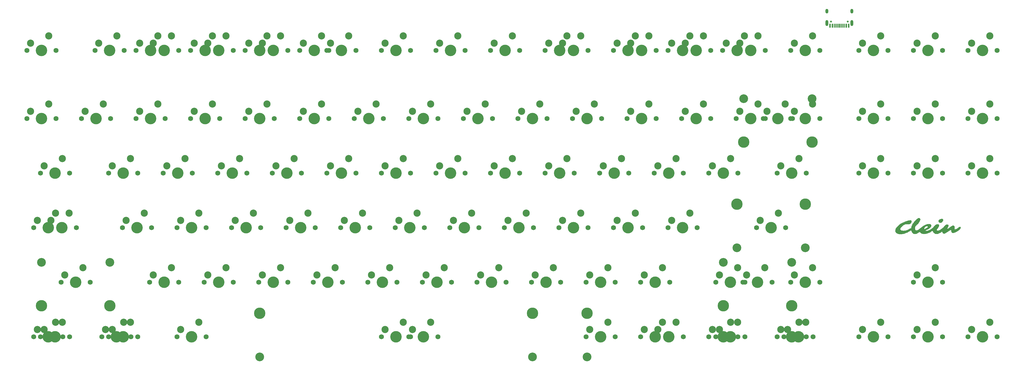
<source format=gbr>
%TF.GenerationSoftware,KiCad,Pcbnew,9.0.5*%
%TF.CreationDate,2025-11-02T19:53:54+09:00*%
%TF.ProjectId,Galatea_Old_Type_6u,47616c61-7465-4615-9f4f-6c645f547970,rev?*%
%TF.SameCoordinates,Original*%
%TF.FileFunction,Soldermask,Top*%
%TF.FilePolarity,Negative*%
%FSLAX46Y46*%
G04 Gerber Fmt 4.6, Leading zero omitted, Abs format (unit mm)*
G04 Created by KiCad (PCBNEW 9.0.5) date 2025-11-02 19:53:54*
%MOMM*%
%LPD*%
G01*
G04 APERTURE LIST*
%ADD10C,0.000000*%
%ADD11C,1.750000*%
%ADD12C,4.000000*%
%ADD13C,2.500000*%
%ADD14C,3.048000*%
%ADD15C,3.987800*%
%ADD16C,0.650000*%
%ADD17R,0.600000X1.450000*%
%ADD18R,0.300000X1.450000*%
%ADD19O,1.000000X2.100000*%
%ADD20O,1.000000X1.600000*%
G04 APERTURE END LIST*
D10*
%TO.C,G\u002A\u002A\u002A*%
G36*
X362144111Y-150087421D02*
G01*
X362214138Y-150101272D01*
X362301148Y-150143587D01*
X362383616Y-150214874D01*
X362448991Y-150302176D01*
X362481111Y-150376889D01*
X362492850Y-150494632D01*
X362473060Y-150629062D01*
X362425720Y-150773167D01*
X362354805Y-150919934D01*
X362264295Y-151062349D01*
X362158165Y-151193400D01*
X362040393Y-151306074D01*
X361914956Y-151393357D01*
X361899973Y-151401581D01*
X361753188Y-151458500D01*
X361593302Y-151483903D01*
X361433939Y-151476755D01*
X361314014Y-151446177D01*
X361147015Y-151366100D01*
X361016105Y-151263418D01*
X360921411Y-151138285D01*
X360863065Y-150990856D01*
X360844586Y-150882028D01*
X360849477Y-150737824D01*
X360892902Y-150606863D01*
X360975639Y-150488077D01*
X361098468Y-150380400D01*
X361262165Y-150282763D01*
X361292218Y-150267994D01*
X361470745Y-150193264D01*
X361653777Y-150136290D01*
X361832735Y-150098624D01*
X361999039Y-150081817D01*
X362144111Y-150087421D01*
G37*
G36*
X354157530Y-149813892D02*
G01*
X354265724Y-149862035D01*
X354352894Y-149923552D01*
X354437265Y-150014958D01*
X354490394Y-150112661D01*
X354513757Y-150223672D01*
X354508829Y-150355007D01*
X354477084Y-150513677D01*
X354477047Y-150513820D01*
X354406126Y-150728603D01*
X354299952Y-150959483D01*
X354160852Y-151202306D01*
X353991153Y-151452917D01*
X353842956Y-151646271D01*
X353767005Y-151735656D01*
X353669688Y-151842769D01*
X353557659Y-151960962D01*
X353437571Y-152083590D01*
X353316077Y-152204005D01*
X353199831Y-152315561D01*
X353095485Y-152411611D01*
X353009693Y-152485509D01*
X352977638Y-152510725D01*
X352893092Y-152590740D01*
X352829640Y-152692883D01*
X352821593Y-152710084D01*
X352767283Y-152856479D01*
X352725929Y-153022140D01*
X352698345Y-153197098D01*
X352685347Y-153371383D01*
X352687748Y-153535027D01*
X352706365Y-153678058D01*
X352734666Y-153773860D01*
X352806122Y-153912672D01*
X352893532Y-154025232D01*
X352990867Y-154104079D01*
X353010128Y-154114707D01*
X353089375Y-154143767D01*
X353176174Y-154151722D01*
X353274438Y-154137242D01*
X353388085Y-154098997D01*
X353521030Y-154035656D01*
X353677188Y-153945889D01*
X353860477Y-153828367D01*
X353868230Y-153823202D01*
X354001872Y-153731222D01*
X354157267Y-153619624D01*
X354256034Y-153546568D01*
X355864138Y-153546568D01*
X355865663Y-153623109D01*
X355869677Y-153681517D01*
X355875338Y-153709974D01*
X355875823Y-153710589D01*
X355899262Y-153706024D01*
X355954266Y-153682157D01*
X356035810Y-153641670D01*
X356138865Y-153587245D01*
X356258405Y-153521564D01*
X356389402Y-153447310D01*
X356526829Y-153367165D01*
X356589990Y-153329556D01*
X356760316Y-153225552D01*
X356894915Y-153138004D01*
X356996019Y-153063834D01*
X357065858Y-152999963D01*
X357106665Y-152943312D01*
X357120668Y-152890802D01*
X357110100Y-152839355D01*
X357077190Y-152785890D01*
X357025428Y-152728586D01*
X356983753Y-152689056D01*
X356949163Y-152667859D01*
X356906914Y-152660687D01*
X356842259Y-152663230D01*
X356810298Y-152665723D01*
X356661448Y-152695413D01*
X356503677Y-152757641D01*
X356345972Y-152846194D01*
X356197318Y-152954856D01*
X356066702Y-153077414D01*
X355963110Y-153207654D01*
X355920574Y-153280980D01*
X355886943Y-153359757D01*
X355869624Y-153436325D01*
X355864200Y-153531479D01*
X355864138Y-153546568D01*
X354256034Y-153546568D01*
X354325072Y-153495502D01*
X354495942Y-153365951D01*
X354660533Y-153238065D01*
X354809503Y-153118939D01*
X354933507Y-153015668D01*
X354946323Y-153004629D01*
X355269754Y-152749126D01*
X355619066Y-152518244D01*
X355987361Y-152315436D01*
X356367739Y-152144154D01*
X356753299Y-152007852D01*
X357131323Y-151911171D01*
X357328108Y-151880829D01*
X357520976Y-151869908D01*
X357700950Y-151878066D01*
X357859050Y-151904958D01*
X357971857Y-151943344D01*
X358094609Y-152015284D01*
X358198087Y-152106957D01*
X358273164Y-152209330D01*
X358299088Y-152267058D01*
X358329710Y-152415747D01*
X358320655Y-152568467D01*
X358271603Y-152725671D01*
X358182232Y-152887811D01*
X358052221Y-153055340D01*
X357881251Y-153228710D01*
X357669000Y-153408374D01*
X357415148Y-153594783D01*
X357304894Y-153669347D01*
X357145885Y-153768944D01*
X356963883Y-153873568D01*
X356772657Y-153975894D01*
X356585974Y-154068596D01*
X356417603Y-154144349D01*
X356393345Y-154154381D01*
X356331600Y-154182768D01*
X356291697Y-154207423D01*
X356282369Y-154221545D01*
X356306768Y-154235864D01*
X356361121Y-154257432D01*
X356434301Y-154281890D01*
X356444372Y-154284980D01*
X356572360Y-154313623D01*
X356705438Y-154321674D01*
X356848346Y-154308065D01*
X357005822Y-154271726D01*
X357182607Y-154211587D01*
X357383440Y-154126580D01*
X357592747Y-154025878D01*
X357978456Y-153818051D01*
X358346260Y-153592220D01*
X358559265Y-153446710D01*
X358706897Y-153339464D01*
X358824548Y-153248788D01*
X358918532Y-153168780D01*
X358995163Y-153093537D01*
X359060755Y-153017158D01*
X359121623Y-152933739D01*
X359144217Y-152899898D01*
X359239818Y-152769211D01*
X359359624Y-152628691D01*
X359493564Y-152488567D01*
X359631566Y-152359068D01*
X359763557Y-152250422D01*
X359830656Y-152202790D01*
X359927206Y-152143586D01*
X360035150Y-152084191D01*
X360132501Y-152036648D01*
X360140152Y-152033292D01*
X360210734Y-152004131D01*
X360269785Y-151985032D01*
X360329982Y-151973884D01*
X360404005Y-151968575D01*
X360504531Y-151966994D01*
X360538592Y-151966931D01*
X360650291Y-151967937D01*
X360729790Y-151972050D01*
X360787546Y-151980746D01*
X360834018Y-151995500D01*
X360872750Y-152014062D01*
X360959540Y-152070676D01*
X361015723Y-152136861D01*
X361048678Y-152224171D01*
X361062704Y-152311534D01*
X361065433Y-152457175D01*
X361041385Y-152607109D01*
X360988823Y-152766176D01*
X360906012Y-152939216D01*
X360791217Y-153131070D01*
X360742576Y-153204422D01*
X360611535Y-153390374D01*
X360486929Y-153550575D01*
X360358103Y-153698394D01*
X360298239Y-153762019D01*
X360244038Y-153819497D01*
X360215070Y-153856824D01*
X360206952Y-153884590D01*
X360215298Y-153913387D01*
X360226386Y-153935569D01*
X360292597Y-154023352D01*
X360395091Y-154105552D01*
X360513918Y-154170822D01*
X360591873Y-154202095D01*
X360656457Y-154213787D01*
X360730017Y-154209694D01*
X360737181Y-154208769D01*
X360848545Y-154187117D01*
X360967500Y-154149801D01*
X361096980Y-154095082D01*
X361239920Y-154021220D01*
X361399255Y-153926478D01*
X361577920Y-153809116D01*
X361778850Y-153667397D01*
X362004979Y-153499580D01*
X362242631Y-153316880D01*
X362363240Y-153222284D01*
X362455342Y-153147932D01*
X362524540Y-153088403D01*
X362576440Y-153038276D01*
X362616646Y-152992131D01*
X362650762Y-152944547D01*
X362684394Y-152890103D01*
X362685094Y-152888918D01*
X362835708Y-152666370D01*
X363004965Y-152475888D01*
X363189918Y-152319846D01*
X363387621Y-152200622D01*
X363595127Y-152120590D01*
X363657625Y-152104849D01*
X363766854Y-152089258D01*
X363890151Y-152085272D01*
X364014062Y-152092061D01*
X364125137Y-152108794D01*
X364209921Y-152134641D01*
X364220188Y-152139588D01*
X364290588Y-152186085D01*
X364339825Y-152243699D01*
X364367473Y-152315464D01*
X364373104Y-152404416D01*
X364356293Y-152513591D01*
X364316612Y-152646026D01*
X364253634Y-152804755D01*
X364166933Y-152992815D01*
X364074162Y-153178196D01*
X364011542Y-153304359D01*
X363970817Y-153398813D01*
X363951402Y-153466143D01*
X363952713Y-153510930D01*
X363974165Y-153537758D01*
X364015175Y-153551210D01*
X364026396Y-153552786D01*
X364052141Y-153553862D01*
X364080032Y-153549140D01*
X364114238Y-153536026D01*
X364158924Y-153511927D01*
X364218256Y-153474248D01*
X364296403Y-153420395D01*
X364397530Y-153347775D01*
X364525804Y-153253792D01*
X364628622Y-153177869D01*
X364862058Y-153007252D01*
X365066665Y-152862365D01*
X365245954Y-152741071D01*
X365403438Y-152641233D01*
X365542625Y-152560716D01*
X365667029Y-152497383D01*
X365780159Y-152449097D01*
X365883264Y-152414377D01*
X366015151Y-152392054D01*
X366134245Y-152407302D01*
X366244674Y-152461642D01*
X366350569Y-152556597D01*
X366387813Y-152600314D01*
X366434835Y-152662931D01*
X366467694Y-152720674D01*
X366487813Y-152782122D01*
X366496611Y-152855855D01*
X366495511Y-152950452D01*
X366485933Y-153074491D01*
X366478602Y-153148366D01*
X366463322Y-153328504D01*
X366459525Y-153470957D01*
X366468352Y-153579459D01*
X366490944Y-153657742D01*
X366528443Y-153709539D01*
X366581991Y-153738582D01*
X366652727Y-153748606D01*
X366662149Y-153748708D01*
X366813598Y-153730332D01*
X366985388Y-153675572D01*
X367176458Y-153584983D01*
X367385748Y-153459120D01*
X367612198Y-153298535D01*
X367785062Y-153161899D01*
X367951489Y-153039014D01*
X368109889Y-152949679D01*
X368257334Y-152894988D01*
X368390898Y-152876034D01*
X368504693Y-152892919D01*
X368574800Y-152935639D01*
X368616302Y-153004859D01*
X368629793Y-153095936D01*
X368615864Y-153204226D01*
X368575109Y-153325086D01*
X368508119Y-153453873D01*
X368416412Y-153584781D01*
X368182152Y-153849044D01*
X367907675Y-154103313D01*
X367594558Y-154346281D01*
X367244379Y-154576643D01*
X367152776Y-154631206D01*
X366865619Y-154783358D01*
X366587515Y-154899430D01*
X366321075Y-154978517D01*
X366068909Y-155019716D01*
X366019786Y-155023367D01*
X365870731Y-155026837D01*
X365753686Y-155015989D01*
X365659667Y-154988424D01*
X365579691Y-154941737D01*
X365520695Y-154889917D01*
X365463546Y-154823106D01*
X365416729Y-154744349D01*
X365377584Y-154646552D01*
X365343451Y-154522624D01*
X365311668Y-154365471D01*
X365301178Y-154304726D01*
X365281747Y-154200185D01*
X365261337Y-154110045D01*
X365242263Y-154043446D01*
X365226840Y-154009529D01*
X365226240Y-154008889D01*
X365203477Y-153993148D01*
X365171780Y-153990945D01*
X365119094Y-154002871D01*
X365074822Y-154016287D01*
X365020361Y-154035483D01*
X364959768Y-154061364D01*
X364889719Y-154095910D01*
X364806889Y-154141105D01*
X364707955Y-154198929D01*
X364589591Y-154271366D01*
X364448474Y-154360397D01*
X364281278Y-154468003D01*
X364084680Y-154596168D01*
X363912598Y-154709171D01*
X363701451Y-154847497D01*
X363521989Y-154963402D01*
X363370786Y-155058747D01*
X363244415Y-155135394D01*
X363139452Y-155195204D01*
X363052470Y-155240037D01*
X362980044Y-155271756D01*
X362918746Y-155292219D01*
X362865153Y-155303290D01*
X362815837Y-155306829D01*
X362812387Y-155306842D01*
X362690176Y-155288188D01*
X362562910Y-155237075D01*
X362441282Y-155160722D01*
X362335986Y-155066350D01*
X362257713Y-154961177D01*
X362236493Y-154918007D01*
X362215492Y-154835489D01*
X362204794Y-154715577D01*
X362203466Y-154644085D01*
X362201852Y-154559927D01*
X362197524Y-154495731D01*
X362191251Y-154460505D01*
X362187457Y-154456635D01*
X362165070Y-154471520D01*
X362115785Y-154506875D01*
X362046791Y-154557473D01*
X361965280Y-154618087D01*
X361962038Y-154620513D01*
X361660982Y-154833773D01*
X361370936Y-155014934D01*
X361093820Y-155163100D01*
X360831552Y-155277379D01*
X360586053Y-155356876D01*
X360359243Y-155400695D01*
X360271785Y-155408157D01*
X360113628Y-155409521D01*
X359972936Y-155394123D01*
X359835597Y-155358833D01*
X359687499Y-155300519D01*
X359599432Y-155259017D01*
X359446535Y-155167885D01*
X359295168Y-155048545D01*
X359152526Y-154909052D01*
X359025804Y-154757458D01*
X358922197Y-154601819D01*
X358848899Y-154450188D01*
X358831785Y-154399716D01*
X358813709Y-154339227D01*
X358800039Y-154294186D01*
X358797773Y-154286909D01*
X358776574Y-154284002D01*
X358724194Y-154309270D01*
X358641246Y-154362405D01*
X358623302Y-154374777D01*
X358313252Y-154576622D01*
X357986041Y-154764193D01*
X357651430Y-154932667D01*
X357319177Y-155077222D01*
X356999041Y-155193038D01*
X356913654Y-155219437D01*
X356698203Y-155279602D01*
X356506961Y-155323593D01*
X356325567Y-155353533D01*
X356139661Y-155371542D01*
X355934883Y-155379744D01*
X355821449Y-155380829D01*
X355675673Y-155380553D01*
X355563818Y-155378607D01*
X355477128Y-155374242D01*
X355406844Y-155366708D01*
X355344210Y-155355255D01*
X355280468Y-155339135D01*
X355257274Y-155332541D01*
X355071830Y-155266658D01*
X354892514Y-155180122D01*
X354726450Y-155077903D01*
X354580756Y-154964971D01*
X354462556Y-154846296D01*
X354378969Y-154726848D01*
X354372920Y-154715311D01*
X354327242Y-154625360D01*
X354126071Y-154771067D01*
X353822400Y-154974150D01*
X353528022Y-155136500D01*
X353241547Y-155258718D01*
X352961585Y-155341400D01*
X352703569Y-155383564D01*
X352491215Y-155384220D01*
X352289032Y-155344888D01*
X352099326Y-155267538D01*
X351924402Y-155154141D01*
X351766564Y-155006666D01*
X351628118Y-154827084D01*
X351511369Y-154617366D01*
X351418622Y-154379481D01*
X351383051Y-154254869D01*
X351361961Y-154180870D01*
X351342063Y-154126426D01*
X351327183Y-154101752D01*
X351325514Y-154101249D01*
X351300900Y-154112432D01*
X351249267Y-154142299D01*
X351179085Y-154185806D01*
X351125650Y-154220242D01*
X350979933Y-154314239D01*
X350847553Y-154396366D01*
X350718662Y-154472204D01*
X350583412Y-154547334D01*
X350431955Y-154627336D01*
X350254444Y-154717790D01*
X350194851Y-154747692D01*
X349826556Y-154924092D01*
X349482096Y-155072069D01*
X349155371Y-155193636D01*
X348840284Y-155290808D01*
X348530735Y-155365598D01*
X348220627Y-155420019D01*
X348116631Y-155433913D01*
X347998558Y-155444324D01*
X347852621Y-155450809D01*
X347690143Y-155453468D01*
X347522446Y-155452400D01*
X347360853Y-155447705D01*
X347216685Y-155439482D01*
X347101266Y-155427830D01*
X347080861Y-155424817D01*
X346893353Y-155390209D01*
X346733416Y-155349145D01*
X346585972Y-155297070D01*
X346438309Y-155230588D01*
X346230903Y-155110333D01*
X346062123Y-154972070D01*
X345931725Y-154815440D01*
X345839465Y-154640082D01*
X345785096Y-154445634D01*
X345768321Y-154242720D01*
X345789617Y-153994275D01*
X345852420Y-153743320D01*
X345955702Y-153490974D01*
X346098436Y-153238355D01*
X346279595Y-152986583D01*
X346498149Y-152736777D01*
X346753073Y-152490054D01*
X347043338Y-152247535D01*
X347367917Y-152010338D01*
X347725781Y-151779582D01*
X348115905Y-151556386D01*
X348345927Y-151436205D01*
X348602386Y-151311870D01*
X348865955Y-151194219D01*
X349133121Y-151084195D01*
X349400370Y-150982740D01*
X349664190Y-150890797D01*
X349921067Y-150809308D01*
X350167488Y-150739217D01*
X350399940Y-150681467D01*
X350614909Y-150636999D01*
X350808882Y-150606757D01*
X350978346Y-150591683D01*
X351119787Y-150592720D01*
X351229693Y-150610811D01*
X351300139Y-150643480D01*
X351392792Y-150736931D01*
X351448571Y-150851775D01*
X351467163Y-150986961D01*
X351446759Y-151176254D01*
X351387580Y-151354123D01*
X351292675Y-151517695D01*
X351165091Y-151664097D01*
X351007877Y-151790456D01*
X350824081Y-151893902D01*
X350616753Y-151971560D01*
X350388939Y-152020559D01*
X350367097Y-152023521D01*
X350250254Y-152032069D01*
X350109081Y-152032425D01*
X349956779Y-152025491D01*
X349806553Y-152012169D01*
X349671605Y-151993363D01*
X349565138Y-151969974D01*
X349559564Y-151968331D01*
X349511361Y-151954761D01*
X349472782Y-151949488D01*
X349432876Y-151954507D01*
X349380690Y-151971812D01*
X349305275Y-152003399D01*
X349261089Y-152022695D01*
X348952909Y-152171611D01*
X348664590Y-152338857D01*
X348399787Y-152521374D01*
X348162152Y-152716101D01*
X347955340Y-152919978D01*
X347783005Y-153129945D01*
X347648799Y-153342942D01*
X347622076Y-153395394D01*
X347560826Y-153550159D01*
X347537005Y-153686913D01*
X347550762Y-153808437D01*
X347602245Y-153917513D01*
X347653136Y-153980068D01*
X347756247Y-154065103D01*
X347887952Y-154132690D01*
X348051379Y-154183861D01*
X348249655Y-154219646D01*
X348436053Y-154237928D01*
X348656038Y-154245795D01*
X348873809Y-154237668D01*
X349093607Y-154212343D01*
X349319675Y-154168614D01*
X349556253Y-154105277D01*
X349807583Y-154021125D01*
X350077905Y-153914955D01*
X350371462Y-153785559D01*
X350692494Y-153631734D01*
X350853508Y-153550943D01*
X350999936Y-153476143D01*
X351112389Y-153417472D01*
X351195213Y-153372246D01*
X351252750Y-153337782D01*
X351289348Y-153311395D01*
X351309350Y-153290402D01*
X351317102Y-153272119D01*
X351317751Y-153264190D01*
X351326937Y-153162979D01*
X351352788Y-153031855D01*
X351392749Y-152879020D01*
X351444262Y-152712677D01*
X351504771Y-152541029D01*
X351571720Y-152372278D01*
X351642551Y-152214627D01*
X351649102Y-152201114D01*
X351795013Y-151927672D01*
X351968562Y-151645622D01*
X352164209Y-151361835D01*
X352376414Y-151083184D01*
X352599637Y-150816539D01*
X352828338Y-150568773D01*
X353056977Y-150346756D01*
X353280013Y-150157360D01*
X353324138Y-150123490D01*
X353422403Y-150054894D01*
X353535222Y-149984721D01*
X353653038Y-149918086D01*
X353766297Y-149860101D01*
X353865440Y-149815880D01*
X353940913Y-149790534D01*
X353950089Y-149788584D01*
X354047285Y-149787722D01*
X354157530Y-149813892D01*
G37*
%TD*%
D11*
%TO.C,S39*%
X109220000Y-134143750D03*
D12*
X114300000Y-134143750D03*
D11*
X119380000Y-134143750D03*
D13*
X110490000Y-131603750D03*
X116840000Y-129063750D03*
%TD*%
D11*
%TO.C,S68*%
X104457500Y-172243750D03*
D12*
X109537500Y-172243750D03*
D11*
X114617500Y-172243750D03*
D13*
X105727500Y-169703750D03*
X112077500Y-167163750D03*
%TD*%
D11*
%TO.C,S71*%
X161607500Y-172243750D03*
D12*
X166687500Y-172243750D03*
D11*
X171767500Y-172243750D03*
D13*
X162877500Y-169703750D03*
X169227500Y-167163750D03*
%TD*%
D11*
%TO.C,S75*%
X237807500Y-172243750D03*
D12*
X242887500Y-172243750D03*
D11*
X247967500Y-172243750D03*
D13*
X239077500Y-169703750D03*
X245427500Y-167163750D03*
%TD*%
D11*
%TO.C,S13.5*%
X290195000Y-91281250D03*
D12*
X295275000Y-91281250D03*
D11*
X300355000Y-91281250D03*
D13*
X291465000Y-88741250D03*
X297815000Y-86201250D03*
%TD*%
D11*
%TO.C,S60*%
X190182500Y-153193750D03*
D12*
X195262500Y-153193750D03*
D11*
X200342500Y-153193750D03*
D13*
X191452500Y-150653750D03*
X197802500Y-148113750D03*
%TD*%
D11*
%TO.C,S36*%
X47307500Y-134143750D03*
D12*
X52387500Y-134143750D03*
D11*
X57467500Y-134143750D03*
D13*
X48577500Y-131603750D03*
X54927500Y-129063750D03*
%TD*%
D11*
%TO.C,S62*%
X228282500Y-153193750D03*
D12*
X233362500Y-153193750D03*
D11*
X238442500Y-153193750D03*
D13*
X229552500Y-150653750D03*
X235902500Y-148113750D03*
%TD*%
D11*
%TO.C,S29*%
X252095000Y-115093750D03*
D12*
X257175000Y-115093750D03*
D11*
X262255000Y-115093750D03*
D13*
X253365000Y-112553750D03*
X259715000Y-110013750D03*
%TD*%
D11*
%TO.C,S13*%
X285432500Y-91281250D03*
D12*
X290512500Y-91281250D03*
D11*
X295592500Y-91281250D03*
D13*
X286702500Y-88741250D03*
X293052500Y-86201250D03*
%TD*%
D11*
%TO.C,S2*%
X66357500Y-91281250D03*
D12*
X71437500Y-91281250D03*
D11*
X76517500Y-91281250D03*
D13*
X67627500Y-88741250D03*
X73977500Y-86201250D03*
%TD*%
D11*
%TO.C,S33*%
X333057500Y-115093750D03*
D12*
X338137500Y-115093750D03*
D11*
X343217500Y-115093750D03*
D13*
X334327500Y-112553750D03*
X340677500Y-110013750D03*
%TD*%
D11*
%TO.C,S8*%
X185420000Y-91281250D03*
D12*
X190500000Y-91281250D03*
D11*
X195580000Y-91281250D03*
D13*
X186690000Y-88741250D03*
X193040000Y-86201250D03*
%TD*%
D14*
%TO.C,REF\u002A\u002A*%
X285718250Y-165258750D03*
D15*
X285718250Y-180468750D03*
D14*
X309594250Y-165258750D03*
D15*
X309594250Y-180468750D03*
%TD*%
D11*
%TO.C,S28*%
X233045000Y-115093750D03*
D12*
X238125000Y-115093750D03*
D11*
X243205000Y-115093750D03*
D13*
X234315000Y-112553750D03*
X240665000Y-110013750D03*
%TD*%
D11*
%TO.C,S76*%
X256857500Y-172243750D03*
D12*
X261937500Y-172243750D03*
D11*
X267017500Y-172243750D03*
D13*
X258127500Y-169703750D03*
X264477500Y-167163750D03*
%TD*%
D11*
%TO.C,S15*%
X333057500Y-91281250D03*
D12*
X338137500Y-91281250D03*
D11*
X343217500Y-91281250D03*
D13*
X334327500Y-88741250D03*
X340677500Y-86201250D03*
%TD*%
D11*
%TO.C,S19*%
X61595000Y-115093750D03*
D12*
X66675000Y-115093750D03*
D11*
X71755000Y-115093750D03*
D13*
X62865000Y-112553750D03*
X69215000Y-110013750D03*
%TD*%
D11*
%TO.C,S7*%
X166370000Y-91281250D03*
D12*
X171450000Y-91281250D03*
D11*
X176530000Y-91281250D03*
D13*
X167640000Y-88741250D03*
X173990000Y-86201250D03*
%TD*%
D11*
%TO.C,S83.5*%
X175895000Y-191293750D03*
D12*
X180975000Y-191293750D03*
D11*
X186055000Y-191293750D03*
D13*
X177165000Y-188753750D03*
X183515000Y-186213750D03*
%TD*%
D11*
%TO.C,S58*%
X152082500Y-153193750D03*
D12*
X157162500Y-153193750D03*
D11*
X162242500Y-153193750D03*
D13*
X153352500Y-150653750D03*
X159702500Y-148113750D03*
%TD*%
D11*
%TO.C,S18*%
X42545000Y-115093750D03*
D12*
X47625000Y-115093750D03*
D11*
X52705000Y-115093750D03*
D13*
X43815000Y-112553750D03*
X50165000Y-110013750D03*
%TD*%
D11*
%TO.C,S48*%
X280670000Y-134143750D03*
D12*
X285750000Y-134143750D03*
D11*
X290830000Y-134143750D03*
D13*
X281940000Y-131603750D03*
X288290000Y-129063750D03*
%TD*%
D14*
%TO.C,REF\u002A\u002A*%
X238125000Y-198278750D03*
D15*
X238125000Y-183068750D03*
D14*
X123825000Y-198278750D03*
D15*
X123825000Y-183068750D03*
%TD*%
D11*
%TO.C,S88*%
X333057500Y-191293750D03*
D12*
X338137500Y-191293750D03*
D11*
X343217500Y-191293750D03*
D13*
X334327500Y-188753750D03*
X340677500Y-186213750D03*
%TD*%
D11*
%TO.C,S10*%
X223520000Y-91281250D03*
D12*
X228600000Y-91281250D03*
D11*
X233680000Y-91281250D03*
D13*
X224790000Y-88741250D03*
X231140000Y-86201250D03*
%TD*%
D11*
%TO.C,S79*%
X352107500Y-172243750D03*
D12*
X357187500Y-172243750D03*
D11*
X362267500Y-172243750D03*
D13*
X353377500Y-169703750D03*
X359727500Y-167163750D03*
%TD*%
D11*
%TO.C,S6*%
X137795000Y-91281250D03*
D12*
X142875000Y-91281250D03*
D11*
X147955000Y-91281250D03*
D13*
X139065000Y-88741250D03*
X145415000Y-86201250D03*
%TD*%
D11*
%TO.C,S81*%
X71120000Y-191293750D03*
D12*
X76200000Y-191293750D03*
D11*
X81280000Y-191293750D03*
D13*
X72390000Y-188753750D03*
X78740000Y-186213750D03*
%TD*%
D11*
%TO.C,S9*%
X204470000Y-91281250D03*
D12*
X209550000Y-91281250D03*
D11*
X214630000Y-91281250D03*
D13*
X205740000Y-88741250D03*
X212090000Y-86201250D03*
%TD*%
D11*
%TO.C,S59*%
X171132500Y-153193750D03*
D12*
X176212500Y-153193750D03*
D11*
X181292500Y-153193750D03*
D13*
X172402500Y-150653750D03*
X178752500Y-148113750D03*
%TD*%
D11*
%TO.C,S26*%
X194945000Y-115093750D03*
D12*
X200025000Y-115093750D03*
D11*
X205105000Y-115093750D03*
D13*
X196215000Y-112553750D03*
X202565000Y-110013750D03*
%TD*%
D11*
%TO.C,S77*%
X283051250Y-172243750D03*
D12*
X288131250Y-172243750D03*
D11*
X293211250Y-172243750D03*
D13*
X284321250Y-169703750D03*
X290671250Y-167163750D03*
%TD*%
D11*
%TO.C,S46*%
X242570000Y-134143750D03*
D12*
X247650000Y-134143750D03*
D11*
X252730000Y-134143750D03*
D13*
X243840000Y-131603750D03*
X250190000Y-129063750D03*
%TD*%
D11*
%TO.C,S6.5*%
X147320000Y-91281250D03*
D12*
X152400000Y-91281250D03*
D11*
X157480000Y-91281250D03*
D13*
X148590000Y-88741250D03*
X154940000Y-86201250D03*
%TD*%
D11*
%TO.C,S87*%
X304482500Y-191293750D03*
D12*
X309562500Y-191293750D03*
D11*
X314642500Y-191293750D03*
D13*
X305752500Y-188753750D03*
X312102500Y-186213750D03*
%TD*%
D11*
%TO.C,S11*%
X247332500Y-91281250D03*
D12*
X252412500Y-91281250D03*
D11*
X257492500Y-91281250D03*
D13*
X248602500Y-88741250D03*
X254952500Y-86201250D03*
%TD*%
D11*
%TO.C,S72*%
X180657500Y-172243750D03*
D12*
X185737500Y-172243750D03*
D11*
X190817500Y-172243750D03*
D13*
X181927500Y-169703750D03*
X188277500Y-167163750D03*
%TD*%
D11*
%TO.C,S86*%
X280670000Y-191293750D03*
D12*
X285750000Y-191293750D03*
D11*
X290830000Y-191293750D03*
D13*
X281940000Y-188753750D03*
X288290000Y-186213750D03*
%TD*%
D11*
%TO.C,S54*%
X75882500Y-153193750D03*
D12*
X80962500Y-153193750D03*
D11*
X86042500Y-153193750D03*
D13*
X77152500Y-150653750D03*
X83502500Y-148113750D03*
%TD*%
D11*
%TO.C,S27*%
X213995000Y-115093750D03*
D12*
X219075000Y-115093750D03*
D11*
X224155000Y-115093750D03*
D13*
X215265000Y-112553750D03*
X221615000Y-110013750D03*
%TD*%
D11*
%TO.C,S90*%
X371157500Y-191293750D03*
D12*
X376237500Y-191293750D03*
D11*
X381317500Y-191293750D03*
D13*
X372427500Y-188753750D03*
X378777500Y-186213750D03*
%TD*%
D11*
%TO.C,S86.5*%
X283051250Y-191293750D03*
D12*
X288131250Y-191293750D03*
D11*
X293211250Y-191293750D03*
D13*
X284321250Y-188753750D03*
X290671250Y-186213750D03*
%TD*%
D16*
%TO.C,USB1*%
X329120000Y-81190000D03*
X323340000Y-81190000D03*
D17*
X329455000Y-82635000D03*
X328680000Y-82635000D03*
D18*
X327980000Y-82635000D03*
X327480000Y-82635000D03*
X326980000Y-82635000D03*
X326480000Y-82635000D03*
X325980000Y-82635000D03*
X325480000Y-82635000D03*
X324980000Y-82635000D03*
X324480000Y-82635000D03*
D17*
X323780000Y-82635000D03*
X323005000Y-82635000D03*
D19*
X330550000Y-81720000D03*
D20*
X330550000Y-77540000D03*
D19*
X321910000Y-81720000D03*
D20*
X321910000Y-77540000D03*
%TD*%
D11*
%TO.C,S40*%
X128270000Y-134143750D03*
D12*
X133350000Y-134143750D03*
D11*
X138430000Y-134143750D03*
D13*
X129540000Y-131603750D03*
X135890000Y-129063750D03*
%TD*%
D11*
%TO.C,S31*%
X290195000Y-115093750D03*
D12*
X295275000Y-115093750D03*
D11*
X300355000Y-115093750D03*
D13*
X291465000Y-112553750D03*
X297815000Y-110013750D03*
%TD*%
D11*
%TO.C,S20*%
X80645000Y-115093750D03*
D12*
X85725000Y-115093750D03*
D11*
X90805000Y-115093750D03*
D13*
X81915000Y-112553750D03*
X88265000Y-110013750D03*
%TD*%
D11*
%TO.C,S84*%
X237807500Y-191293750D03*
D12*
X242887500Y-191293750D03*
D11*
X247967500Y-191293750D03*
D13*
X239077500Y-188753750D03*
X245427500Y-186213750D03*
%TD*%
D11*
%TO.C,S89*%
X352107500Y-191293750D03*
D12*
X357187500Y-191293750D03*
D11*
X362267500Y-191293750D03*
D13*
X353377500Y-188753750D03*
X359727500Y-186213750D03*
%TD*%
D11*
%TO.C,S45*%
X223520000Y-134143750D03*
D12*
X228600000Y-134143750D03*
D11*
X233680000Y-134143750D03*
D13*
X224790000Y-131603750D03*
X231140000Y-129063750D03*
%TD*%
D11*
%TO.C,S5.5*%
X123507500Y-91281250D03*
D12*
X128587500Y-91281250D03*
D11*
X133667500Y-91281250D03*
D13*
X124777500Y-88741250D03*
X131127500Y-86201250D03*
%TD*%
D11*
%TO.C,S12.5*%
X271145000Y-91281250D03*
D12*
X276225000Y-91281250D03*
D11*
X281305000Y-91281250D03*
D13*
X272415000Y-88741250D03*
X278765000Y-86201250D03*
%TD*%
D11*
%TO.C,S85.5*%
X261620000Y-191293750D03*
D12*
X266700000Y-191293750D03*
D11*
X271780000Y-191293750D03*
D13*
X262890000Y-188753750D03*
X269240000Y-186213750D03*
%TD*%
D11*
%TO.C,S85*%
X256857500Y-191293750D03*
D12*
X261937500Y-191293750D03*
D11*
X267017500Y-191293750D03*
D13*
X258127500Y-188753750D03*
X264477500Y-186213750D03*
%TD*%
D11*
%TO.C,S51*%
X352107500Y-134143750D03*
D12*
X357187500Y-134143750D03*
D11*
X362267500Y-134143750D03*
D13*
X353377500Y-131603750D03*
X359727500Y-129063750D03*
%TD*%
D11*
%TO.C,S10.5*%
X228282500Y-91281250D03*
D12*
X233362500Y-91281250D03*
D11*
X238442500Y-91281250D03*
D13*
X229552500Y-88741250D03*
X235902500Y-86201250D03*
%TD*%
D11*
%TO.C,S21*%
X99695000Y-115093750D03*
D12*
X104775000Y-115093750D03*
D11*
X109855000Y-115093750D03*
D13*
X100965000Y-112553750D03*
X107315000Y-110013750D03*
%TD*%
D11*
%TO.C,S69*%
X123507500Y-172243750D03*
D12*
X128587500Y-172243750D03*
D11*
X133667500Y-172243750D03*
D13*
X124777500Y-169703750D03*
X131127500Y-167163750D03*
%TD*%
D11*
%TO.C,S66*%
X54451250Y-172243750D03*
D12*
X59531250Y-172243750D03*
D11*
X64611250Y-172243750D03*
D13*
X55721250Y-169703750D03*
X62071250Y-167163750D03*
%TD*%
D11*
%TO.C,S12*%
X266382500Y-91281250D03*
D12*
X271462500Y-91281250D03*
D11*
X276542500Y-91281250D03*
D13*
X267652500Y-88741250D03*
X274002500Y-86201250D03*
%TD*%
D11*
%TO.C,S53*%
X49688750Y-153193750D03*
D12*
X54768750Y-153193750D03*
D11*
X59848750Y-153193750D03*
D13*
X50958750Y-150653750D03*
X57308750Y-148113750D03*
%TD*%
D11*
%TO.C,S83*%
X166370000Y-191293750D03*
D12*
X171450000Y-191293750D03*
D11*
X176530000Y-191293750D03*
D13*
X167640000Y-188753750D03*
X173990000Y-186213750D03*
%TD*%
D11*
%TO.C,S38*%
X90170000Y-134143750D03*
D12*
X95250000Y-134143750D03*
D11*
X100330000Y-134143750D03*
D13*
X91440000Y-131603750D03*
X97790000Y-129063750D03*
%TD*%
D11*
%TO.C,S30*%
X271145000Y-115093750D03*
D12*
X276225000Y-115093750D03*
D11*
X281305000Y-115093750D03*
D13*
X272415000Y-112553750D03*
X278765000Y-110013750D03*
%TD*%
D11*
%TO.C,S67*%
X85407500Y-172243750D03*
D12*
X90487500Y-172243750D03*
D11*
X95567500Y-172243750D03*
D13*
X86677500Y-169703750D03*
X93027500Y-167163750D03*
%TD*%
D14*
%TO.C,REF\u002A\u002A*%
X47593250Y-165258750D03*
D15*
X47593250Y-180468750D03*
D14*
X71469250Y-165258750D03*
D15*
X71469250Y-180468750D03*
%TD*%
D14*
%TO.C,REF\u002A\u002A*%
X314356750Y-160178750D03*
D15*
X314356750Y-144968750D03*
D14*
X290480750Y-160178750D03*
D15*
X290480750Y-144968750D03*
%TD*%
D11*
%TO.C,S1*%
X42545000Y-91281250D03*
D12*
X47625000Y-91281250D03*
D11*
X52705000Y-91281250D03*
D13*
X43815000Y-88741250D03*
X50165000Y-86201250D03*
%TD*%
D11*
%TO.C,S24*%
X156845000Y-115093750D03*
D12*
X161925000Y-115093750D03*
D11*
X167005000Y-115093750D03*
D13*
X158115000Y-112553750D03*
X164465000Y-110013750D03*
%TD*%
D11*
%TO.C,S63*%
X247332500Y-153193750D03*
D12*
X252412500Y-153193750D03*
D11*
X257492500Y-153193750D03*
D13*
X248602500Y-150653750D03*
X254952500Y-148113750D03*
%TD*%
D14*
%TO.C,REF\u002A\u002A*%
X219075000Y-198278750D03*
D15*
X219075000Y-183068750D03*
D14*
X123825000Y-198278750D03*
D15*
X123825000Y-183068750D03*
%TD*%
D11*
%TO.C,S22*%
X118745000Y-115093750D03*
D12*
X123825000Y-115093750D03*
D11*
X128905000Y-115093750D03*
D13*
X120015000Y-112553750D03*
X126365000Y-110013750D03*
%TD*%
D11*
%TO.C,S65*%
X297338750Y-153193750D03*
D12*
X302418750Y-153193750D03*
D11*
X307498750Y-153193750D03*
D13*
X298608750Y-150653750D03*
X304958750Y-148113750D03*
%TD*%
D11*
%TO.C,S25*%
X175895000Y-115093750D03*
D12*
X180975000Y-115093750D03*
D11*
X186055000Y-115093750D03*
D13*
X177165000Y-112553750D03*
X183515000Y-110013750D03*
%TD*%
D11*
%TO.C,S4*%
X99695000Y-91281250D03*
D12*
X104775000Y-91281250D03*
D11*
X109855000Y-91281250D03*
D13*
X100965000Y-88741250D03*
X107315000Y-86201250D03*
%TD*%
D11*
%TO.C,S16*%
X352107500Y-91281250D03*
D12*
X357187500Y-91281250D03*
D11*
X362267500Y-91281250D03*
D13*
X353377500Y-88741250D03*
X359727500Y-86201250D03*
%TD*%
D11*
%TO.C,S37*%
X71120000Y-134143750D03*
D12*
X76200000Y-134143750D03*
D11*
X81280000Y-134143750D03*
D13*
X72390000Y-131603750D03*
X78740000Y-129063750D03*
%TD*%
D11*
%TO.C,S49*%
X304482500Y-134143750D03*
D12*
X309562500Y-134143750D03*
D11*
X314642500Y-134143750D03*
D13*
X305752500Y-131603750D03*
X312102500Y-129063750D03*
%TD*%
D11*
%TO.C,S42*%
X166370000Y-134143750D03*
D12*
X171450000Y-134143750D03*
D11*
X176530000Y-134143750D03*
D13*
X167640000Y-131603750D03*
X173990000Y-129063750D03*
%TD*%
D11*
%TO.C,S82*%
X94932500Y-191293750D03*
D12*
X100012500Y-191293750D03*
D11*
X105092500Y-191293750D03*
D13*
X96202500Y-188753750D03*
X102552500Y-186213750D03*
%TD*%
D11*
%TO.C,S56*%
X113982500Y-153193750D03*
D12*
X119062500Y-153193750D03*
D11*
X124142500Y-153193750D03*
D13*
X115252500Y-150653750D03*
X121602500Y-148113750D03*
%TD*%
D11*
%TO.C,S34*%
X352107500Y-115093750D03*
D12*
X357187500Y-115093750D03*
D11*
X362267500Y-115093750D03*
D13*
X353377500Y-112553750D03*
X359727500Y-110013750D03*
%TD*%
D11*
%TO.C,S81.5*%
X68738750Y-191293750D03*
D12*
X73818750Y-191293750D03*
D11*
X78898750Y-191293750D03*
D13*
X70008750Y-188753750D03*
X76358750Y-186213750D03*
%TD*%
D11*
%TO.C,S3.5*%
X85407500Y-91281250D03*
D12*
X90487500Y-91281250D03*
D11*
X95567500Y-91281250D03*
D13*
X86677500Y-88741250D03*
X93027500Y-86201250D03*
%TD*%
D11*
%TO.C,S32*%
X299720000Y-115093750D03*
D12*
X304800000Y-115093750D03*
D11*
X309880000Y-115093750D03*
D13*
X300990000Y-112553750D03*
X307340000Y-110013750D03*
%TD*%
D11*
%TO.C,S32.5*%
X309245000Y-115093750D03*
D12*
X314325000Y-115093750D03*
D11*
X319405000Y-115093750D03*
D13*
X310515000Y-112553750D03*
X316865000Y-110013750D03*
%TD*%
D11*
%TO.C,S74*%
X218757500Y-172243750D03*
D12*
X223837500Y-172243750D03*
D11*
X228917500Y-172243750D03*
D13*
X220027500Y-169703750D03*
X226377500Y-167163750D03*
%TD*%
D11*
%TO.C,S17*%
X371157500Y-91281250D03*
D12*
X376237500Y-91281250D03*
D11*
X381317500Y-91281250D03*
D13*
X372427500Y-88741250D03*
X378777500Y-86201250D03*
%TD*%
D11*
%TO.C,S3*%
X80645000Y-91281250D03*
D12*
X85725000Y-91281250D03*
D11*
X90805000Y-91281250D03*
D13*
X81915000Y-88741250D03*
X88265000Y-86201250D03*
%TD*%
D11*
%TO.C,S44*%
X204470000Y-134143750D03*
D12*
X209550000Y-134143750D03*
D11*
X214630000Y-134143750D03*
D13*
X205740000Y-131603750D03*
X212090000Y-129063750D03*
%TD*%
D11*
%TO.C,S80.5*%
X44926250Y-191293750D03*
D12*
X50006250Y-191293750D03*
D11*
X55086250Y-191293750D03*
D13*
X46196250Y-188753750D03*
X52546250Y-186213750D03*
%TD*%
D11*
%TO.C,S70*%
X142557500Y-172243750D03*
D12*
X147637500Y-172243750D03*
D11*
X152717500Y-172243750D03*
D13*
X143827500Y-169703750D03*
X150177500Y-167163750D03*
%TD*%
D11*
%TO.C,S61*%
X209232500Y-153193750D03*
D12*
X214312500Y-153193750D03*
D11*
X219392500Y-153193750D03*
D13*
X210502500Y-150653750D03*
X216852500Y-148113750D03*
%TD*%
D11*
%TO.C,S41*%
X147320000Y-134143750D03*
D12*
X152400000Y-134143750D03*
D11*
X157480000Y-134143750D03*
D13*
X148590000Y-131603750D03*
X154940000Y-129063750D03*
%TD*%
D11*
%TO.C,S35*%
X371157500Y-115093750D03*
D12*
X376237500Y-115093750D03*
D11*
X381317500Y-115093750D03*
D13*
X372427500Y-112553750D03*
X378777500Y-110013750D03*
%TD*%
D11*
%TO.C,S43*%
X185420000Y-134143750D03*
D12*
X190500000Y-134143750D03*
D11*
X195580000Y-134143750D03*
D13*
X186690000Y-131603750D03*
X193040000Y-129063750D03*
%TD*%
D11*
%TO.C,S50*%
X333057500Y-134143750D03*
D12*
X338137500Y-134143750D03*
D11*
X343217500Y-134143750D03*
D13*
X334327500Y-131603750D03*
X340677500Y-129063750D03*
%TD*%
D11*
%TO.C,S52*%
X371157500Y-134143750D03*
D12*
X376237500Y-134143750D03*
D11*
X381317500Y-134143750D03*
D13*
X372427500Y-131603750D03*
X378777500Y-129063750D03*
%TD*%
D11*
%TO.C,S78*%
X309245000Y-172243750D03*
D12*
X314325000Y-172243750D03*
D11*
X319405000Y-172243750D03*
D13*
X310515000Y-169703750D03*
X316865000Y-167163750D03*
%TD*%
D11*
%TO.C,S5*%
X118745000Y-91281250D03*
D12*
X123825000Y-91281250D03*
D11*
X128905000Y-91281250D03*
D13*
X120015000Y-88741250D03*
X126365000Y-86201250D03*
%TD*%
D11*
%TO.C,S77.5*%
X292576250Y-172243750D03*
D12*
X297656250Y-172243750D03*
D11*
X302736250Y-172243750D03*
D13*
X293846250Y-169703750D03*
X300196250Y-167163750D03*
%TD*%
D11*
%TO.C,S64*%
X266382500Y-153193750D03*
D12*
X271462500Y-153193750D03*
D11*
X276542500Y-153193750D03*
D13*
X267652500Y-150653750D03*
X274002500Y-148113750D03*
%TD*%
D11*
%TO.C,S53.5*%
X44926250Y-153193750D03*
D12*
X50006250Y-153193750D03*
D11*
X55086250Y-153193750D03*
D13*
X46196250Y-150653750D03*
X52546250Y-148113750D03*
%TD*%
D11*
%TO.C,S55*%
X94932500Y-153193750D03*
D12*
X100012500Y-153193750D03*
D11*
X105092500Y-153193750D03*
D13*
X96202500Y-150653750D03*
X102552500Y-148113750D03*
%TD*%
D11*
%TO.C,S80*%
X47307500Y-191293750D03*
D12*
X52387500Y-191293750D03*
D11*
X57467500Y-191293750D03*
D13*
X48577500Y-188753750D03*
X54927500Y-186213750D03*
%TD*%
D11*
%TO.C,S47*%
X261620000Y-134143750D03*
D12*
X266700000Y-134143750D03*
D11*
X271780000Y-134143750D03*
D13*
X262890000Y-131603750D03*
X269240000Y-129063750D03*
%TD*%
D11*
%TO.C,S14*%
X309245000Y-91281250D03*
D12*
X314325000Y-91281250D03*
D11*
X319405000Y-91281250D03*
D13*
X310515000Y-88741250D03*
X316865000Y-86201250D03*
%TD*%
D11*
%TO.C,S73*%
X199707500Y-172243750D03*
D12*
X204787500Y-172243750D03*
D11*
X209867500Y-172243750D03*
D13*
X200977500Y-169703750D03*
X207327500Y-167163750D03*
%TD*%
D11*
%TO.C,S11.5*%
X252095000Y-91281250D03*
D12*
X257175000Y-91281250D03*
D11*
X262255000Y-91281250D03*
D13*
X253365000Y-88741250D03*
X259715000Y-86201250D03*
%TD*%
D11*
%TO.C,S87.5*%
X306863750Y-191293750D03*
D12*
X311943750Y-191293750D03*
D11*
X317023750Y-191293750D03*
D13*
X308133750Y-188753750D03*
X314483750Y-186213750D03*
%TD*%
D14*
%TO.C,REF\u002A\u002A*%
X292862000Y-108108750D03*
D15*
X292862000Y-123318750D03*
D14*
X316738000Y-108108750D03*
D15*
X316738000Y-123318750D03*
%TD*%
D11*
%TO.C,S23*%
X137795000Y-115093750D03*
D12*
X142875000Y-115093750D03*
D11*
X147955000Y-115093750D03*
D13*
X139065000Y-112553750D03*
X145415000Y-110013750D03*
%TD*%
D11*
%TO.C,S4.5*%
X104457500Y-91281250D03*
D12*
X109537500Y-91281250D03*
D11*
X114617500Y-91281250D03*
D13*
X105727500Y-88741250D03*
X112077500Y-86201250D03*
%TD*%
D11*
%TO.C,S57*%
X133032500Y-153193750D03*
D12*
X138112500Y-153193750D03*
D11*
X143192500Y-153193750D03*
D13*
X134302500Y-150653750D03*
X140652500Y-148113750D03*
%TD*%
M02*

</source>
